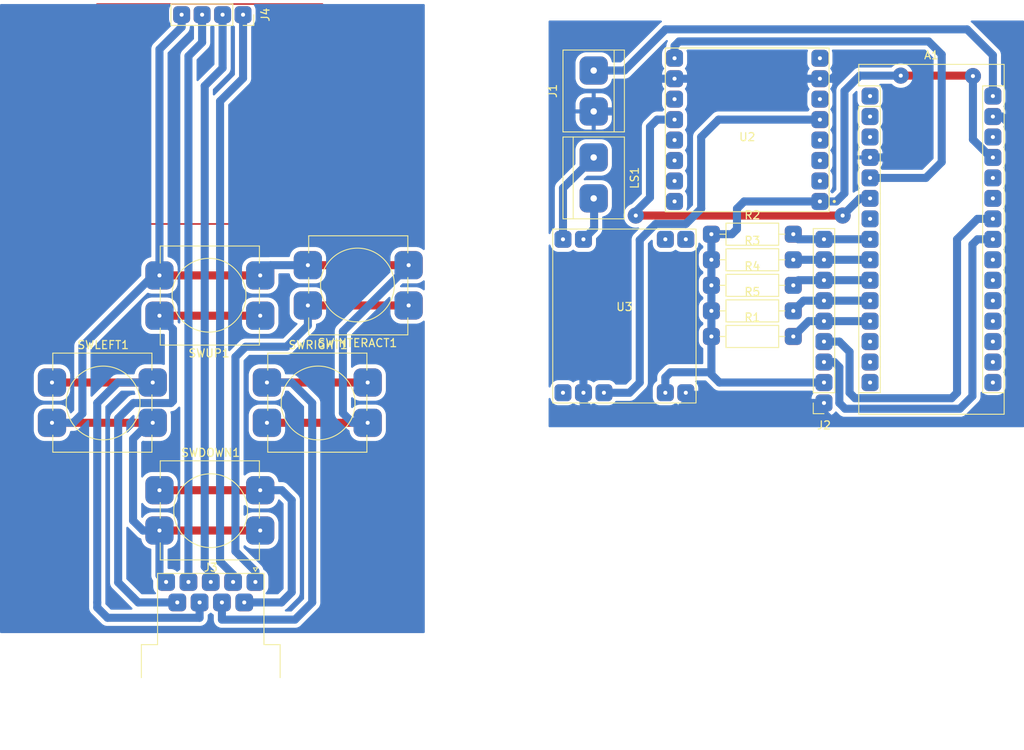
<source format=kicad_pcb>
(kicad_pcb (version 20221018) (generator pcbnew)
  (layers (0 "F.Cu" signal) (31 "B.Cu" signal) (34 "B.Paste" user) (35 "F.Paste" user) (36 "B.SilkS" user "B.Silkscreen") (37 "F.SilkS" user "F.Silkscreen") (38 "B.Mask" user) (39 "F.Mask" user) (44 "Edge.Cuts" user))
  (net 0 "")
  (net 4 "GND")
  (net 5 "UP")
  (net 6 "DOWN")
  (net 7 "LEFT")
  (net 8 "RIGHT")
  (net 9 "INTERACT")
  (net 10 "D10")
  (net 11 "D11")
  (net 12 "D2")
  (net 13 "D3")
  (net 15 "Net-(A1-D5)")
  (net 16 "Net-(A1-D6)")
  (net 17 "Net-(A1-D7)")
  (net 18 "Net-(A1-D8)")
  (net 19 "Net-(A1-D9)")
  (net 20 "DATA")
  (net 21 "CLK")
  (net 24 "VCC")
  (net 26 "switch on{slash}off")
  (net 32 "Net-(A1-A4)")
  (net 33 "Net-(A1-A5)")
  (net 37 "Net-(U3-L-)")
  (net 38 "Net-(U3-L+)")
  (net 42 "Net-(U2-DAC_L)")
  (net 53 "vcc")
  (net 54 "gnd")
  (footprint "Connector_PinSocket_2.54mm:PinSocket_1x04_P2.54mm_Vertical" (layer "F.Cu") (at 49.841833 22.279421 -90)
    (fp_text reference "J4" (at 0 -2.77 90) (layer "F.SilkS"))
    (fp_text value "oled")
    (fp_line (start -1.33 1.27) (end -1.33 8.95) (stroke (width 0.12)) (layer "F.SilkS"))
    (fp_line (start -1.33 1.27) (end 1.33 1.27) (stroke (width 0.12)) (layer "F.SilkS"))
    (fp_line (start -1.33 8.95) (end 1.33 8.95) (stroke (width 0.12)) (layer "F.SilkS"))
    (fp_line (start 0 -1.33) (end 1.33 -1.33) (stroke (width 0.12)) (layer "F.SilkS"))
    (fp_line (start 1.33 -1.33) (end 1.33 0) (stroke (width 0.12)) (layer "F.SilkS"))
    (fp_line (start 1.33 1.27) (end 1.33 8.95) (stroke (width 0.12)) (layer "F.SilkS"))
    (pad "1" thru_hole roundrect (at 0 0 270) (size 2.1 2.1) (drill 0.5) (layers "*.Cu" "*.Mask") (net 20 "DATA"))
    (pad "2" thru_hole roundrect (at 0 2.54 270) (size 2.1 2.1) (drill 0.5) (layers "*.Cu" "*.Mask") (net 21 "CLK"))
    (pad "3" thru_hole roundrect (at 0 5.08 270) (size 2.1 2.1) (drill 0.5) (layers "*.Cu" "*.Mask") (net 53 "vcc"))
    (pad "4" thru_hole roundrect (at 0 7.62 270) (size 2.1 2.1) (drill 0.5) (layers "*.Cu" "*.Mask") (net 54 "gnd"))
  )
  (footprint "Button_Switch_THT:SW_PUSH-12mm_Wuerth-430476085716" (layer "F.Cu") (at 39.47 81.32)
    (fp_text reference "SWDOWN1" (at 6.35 -4.66) (layer "F.SilkS"))
    (fp_text value "Button")
    (fp_line (start 0.1 -3.65) (end 12.4 -3.65) (stroke (width 0.12)) (layer "F.SilkS"))
    (fp_line (start 0.1 -1.53) (end 0.1 -3.65) (stroke (width 0.12)) (layer "F.SilkS"))
    (fp_line (start 0.1 3.47) (end 0.1 1.53) (stroke (width 0.12)) (layer "F.SilkS"))
    (fp_line (start 0.1 8.65) (end 0.1 6.53) (stroke (width 0.12)) (layer "F.SilkS"))
    (fp_line (start 12.4 -3.65) (end 12.4 -1.53) (stroke (width 0.12)) (layer "F.SilkS"))
    (fp_line (start 12.4 1.53) (end 12.4 3.47) (stroke (width 0.12)) (layer "F.SilkS"))
    (fp_line (start 12.4 6.53) (end 12.4 8.65) (stroke (width 0.12)) (layer "F.SilkS"))
    (fp_line (start 12.4 8.65) (end 0.1 8.65) (stroke (width 0.12)) (layer "F.SilkS"))
    (fp_circle (center 6.35 2.54) (end 10.92905 2.54) (stroke (width 0.12)) (fill none) (layer "F.SilkS"))
    (pad "1" thru_hole roundrect (at 0 0) (size 3.5 3.5) (drill 0.5) (layers "*.Cu" "*.Mask") (net 6 "DOWN"))
    (pad "1" thru_hole roundrect (at 12.5 0) (size 3.5 3.5) (drill 0.5) (layers "*.Cu" "*.Mask") (net 6 "DOWN"))
    (pad "2" thru_hole roundrect (at 0 5) (size 3.5 3.5) (drill 0.5) (layers "*.Cu" "*.Mask") (net 54 "gnd"))
    (pad "2" thru_hole roundrect (at 12.5 5) (size 3.5 3.5) (drill 0.5) (layers "*.Cu" "*.Mask") (net 54 "gnd"))
  )
  (footprint "Library:pam8403" (layer "F.Cu") (at 97.155 59.055)
    (fp_text reference "U3" (at 0 -0.5 unlocked) (layer "F.SilkS"))
    (fp_text value "pam8403")
    (fp_rect (start -8.89 -10.16) (end 8.89 11.43) (stroke (width 0.12)) (fill none) (layer "F.SilkS"))
    (pad "1" thru_hole roundrect (at -7.62 10.16) (size 2.1 2.1) (drill 0.5) (layers "*.Cu" "*.Mask"))
    (pad "2" thru_hole roundrect (at -5.08 10.16) (size 2.1 2.1) (drill 0.5) (layers "*.Cu" "*.Mask") (net 4 "GND"))
    (pad "3" thru_hole roundrect (at -2.54 10.16) (size 2.1 2.1) (drill 0.5) (layers "*.Cu" "*.Mask") (net 42 "Net-(U2-DAC_L)"))
    (pad "4" thru_hole roundrect (at 5.08 10.16) (size 2.1 2.1) (drill 0.5) (layers "*.Cu" "*.Mask") (net 24 "VCC"))
    (pad "5" thru_hole roundrect (at 7.62 10.16) (size 2.1 2.1) (drill 0.5) (layers "*.Cu" "*.Mask") (net 4 "GND"))
    (pad "6" thru_hole roundrect (at 7.62 -8.89) (size 2.1 2.1) (drill 0.5) (layers "*.Cu" "*.Mask"))
    (pad "7" thru_hole roundrect (at 5.08 -8.89) (size 2.1 2.1) (drill 0.5) (layers "*.Cu" "*.Mask"))
    (pad "8" thru_hole roundrect (at -5.08 -8.89) (size 2.1 2.1) (drill 0.5) (layers "*.Cu" "*.Mask") (net 38 "Net-(U3-L+)"))
    (pad "9" thru_hole roundrect (at -7.62 -8.89) (size 2.1 2.1) (drill 0.5) (layers "*.Cu" "*.Mask") (net 37 "Net-(U3-L-)"))
  )
  (footprint "Library:MODULE_DFR0299" (layer "F.Cu") (at 112.395 36.576 180)
    (fp_text reference "U2" (at 0 -0.889) (layer "F.SilkS"))
    (fp_text value "DFR0299")
    (fp_line (start -10.16 -10.16) (end 10.16 -10.16) (stroke (width 0.127)) (layer "F.SilkS"))
    (fp_line (start -10.16 10.16) (end -10.16 -10.16) (stroke (width 0.127)) (layer "F.SilkS"))
    (fp_line (start 10.16 -10.16) (end 10.16 10.16) (stroke (width 0.127)) (layer "F.SilkS"))
    (fp_line (start 10.16 10.16) (end -10.16 10.16) (stroke (width 0.127)) (layer "F.SilkS"))
    (fp_circle (center -10.8 -8.89) (end -10.7 -8.89) (stroke (width 0.2)) (fill none) (layer "F.SilkS"))
    (pad "1" thru_hole roundrect (at -9.017 -8.89 180) (size 2.1 2.1) (drill 0.5) (layers "*.Cu" "*.Mask") (net 24 "VCC"))
    (pad "2" thru_hole roundrect (at -9.017 -6.35 180) (size 2.1 2.1) (drill 0.5) (layers "*.Cu" "*.Mask"))
    (pad "3" thru_hole roundrect (at -9.017 -3.81 180) (size 2.1 2.1) (drill 0.5) (layers "*.Cu" "*.Mask"))
    (pad "4" thru_hole roundrect (at -9.017 -1.27 180) (size 2.1 2.1) (drill 0.5) (layers "*.Cu" "*.Mask"))
    (pad "5" thru_hole roundrect (at -9.017 1.27 180) (size 2.1 2.1) (drill 0.5) (layers "*.Cu" "*.Mask") (net 42 "Net-(U2-DAC_L)"))
    (pad "6" thru_hole roundrect (at -9.017 3.81 180) (size 2.1 2.1) (drill 0.5) (layers "*.Cu" "*.Mask"))
    (pad "7" thru_hole roundrect (at -9.017 6.35 180) (size 2.1 2.1) (drill 0.5) (layers "*.Cu" "*.Mask") (net 4 "GND"))
    (pad "8" thru_hole roundrect (at -9.017 8.89 180) (size 2.1 2.1) (drill 0.5) (layers "*.Cu" "*.Mask"))
    (pad "9" thru_hole roundrect (at 9.017 8.89 180) (size 2.1 2.1) (drill 0.5) (layers "*.Cu" "*.Mask") (net 12 "D2"))
    (pad "10" thru_hole roundrect (at 9.017 6.35 180) (size 2.1 2.1) (drill 0.5) (layers "*.Cu" "*.Mask") (net 4 "GND"))
    (pad "11" thru_hole roundrect (at 9.017 3.81 180) (size 2.1 2.1) (drill 0.5) (layers "*.Cu" "*.Mask"))
    (pad "12" thru_hole roundrect (at 9.017 1.27 180) (size 2.1 2.1) (drill 0.5) (layers "*.Cu" "*.Mask") (net 13 "D3"))
    (pad "13" thru_hole roundrect (at 9.017 -1.27 180) (size 2.1 2.1) (drill 0.5) (layers "*.Cu" "*.Mask"))
    (pad "14" thru_hole roundrect (at 9.017 -3.81 180) (size 2.1 2.1) (drill 0.5) (layers "*.Cu" "*.Mask"))
    (pad "15" thru_hole roundrect (at 9.017 -6.35 180) (size 2.1 2.1) (drill 0.5) (layers "*.Cu" "*.Mask"))
    (pad "16" thru_hole roundrect (at 9.017 -8.89 180) (size 2.1 2.1) (drill 0.5) (layers "*.Cu" "*.Mask"))
  )
  (footprint "Module:Arduino_Nano" (layer "F.Cu") (at 127.635 32.385)
    (fp_text reference "A1" (at 7.62 -5.08) (layer "F.SilkS"))
    (fp_text value "Arduino")
    (fp_line (start -1.4 -3.94) (end -1.4 -1.27) (stroke (width 0.12)) (layer "F.SilkS"))
    (fp_line (start -1.4 1.27) (end -1.4 39.5) (stroke (width 0.12)) (layer "F.SilkS"))
    (fp_line (start -1.4 39.5) (end 16.64 39.5) (stroke (width 0.12)) (layer "F.SilkS"))
    (fp_line (start 1.27 -1.27) (end -1.4 -1.27) (stroke (width 0.12)) (layer "F.SilkS"))
    (fp_line (start 1.27 1.27) (end -1.4 1.27) (stroke (width 0.12)) (layer "F.SilkS"))
    (fp_line (start 1.27 1.27) (end 1.27 -1.27) (stroke (width 0.12)) (layer "F.SilkS"))
    (fp_line (start 1.27 1.27) (end 1.27 36.83) (stroke (width 0.12)) (layer "F.SilkS"))
    (fp_line (start 1.27 36.83) (end -1.4 36.83) (stroke (width 0.12)) (layer "F.SilkS"))
    (fp_line (start 13.97 -1.27) (end 13.97 36.83) (stroke (width 0.12)) (layer "F.SilkS"))
    (fp_line (start 13.97 -1.27) (end 16.64 -1.27) (stroke (width 0.12)) (layer "F.SilkS"))
    (fp_line (start 13.97 36.83) (end 16.64 36.83) (stroke (width 0.12)) (layer "F.SilkS"))
    (fp_line (start 16.64 -3.94) (end -1.4 -3.94) (stroke (width 0.12)) (layer "F.SilkS"))
    (fp_line (start 16.64 39.5) (end 16.64 -3.94) (stroke (width 0.12)) (layer "F.SilkS"))
    (pad "1" thru_hole roundrect (at 0 0) (size 2.1 2.1) (drill 0.5) (layers "*.Cu" "*.Mask"))
    (pad "2" thru_hole roundrect (at 0 2.54) (size 2.1 2.1) (drill 0.5) (layers "*.Cu" "*.Mask"))
    (pad "3" thru_hole roundrect (at 0 5.08) (size 2.1 2.1) (drill 0.5) (layers "*.Cu" "*.Mask"))
    (pad "4" thru_hole roundrect (at 0 7.62) (size 2.1 2.1) (drill 0.5) (layers "*.Cu" "*.Mask") (net 4 "GND"))
    (pad "5" thru_hole roundrect (at 0 10.16) (size 2.1 2.1) (drill 0.5) (layers "*.Cu" "*.Mask") (net 12 "D2"))
    (pad "6" thru_hole roundrect (at 0 12.7) (size 2.1 2.1) (drill 0.5) (layers "*.Cu" "*.Mask") (net 13 "D3"))
    (pad "7" thru_hole roundrect (at 0 15.24) (size 2.1 2.1) (drill 0.5) (layers "*.Cu" "*.Mask"))
    (pad "8" thru_hole roundrect (at 0 17.78) (size 2.1 2.1) (drill 0.5) (layers "*.Cu" "*.Mask") (net 15 "Net-(A1-D5)"))
    (pad "9" thru_hole roundrect (at 0 20.32) (size 2.1 2.1) (drill 0.5) (layers "*.Cu" "*.Mask") (net 16 "Net-(A1-D6)"))
    (pad "10" thru_hole roundrect (at 0 22.86) (size 2.1 2.1) (drill 0.5) (layers "*.Cu" "*.Mask") (net 17 "Net-(A1-D7)"))
    (pad "11" thru_hole roundrect (at 0 25.4) (size 2.1 2.1) (drill 0.5) (layers "*.Cu" "*.Mask") (net 18 "Net-(A1-D8)"))
    (pad "12" thru_hole roundrect (at 0 27.94) (size 2.1 2.1) (drill 0.5) (layers "*.Cu" "*.Mask") (net 19 "Net-(A1-D9)"))
    (pad "13" thru_hole roundrect (at 0 30.48) (size 2.1 2.1) (drill 0.5) (layers "*.Cu" "*.Mask") (net 10 "D10"))
    (pad "14" thru_hole roundrect (at 0 33.02) (size 2.1 2.1) (drill 0.5) (layers "*.Cu" "*.Mask") (net 11 "D11"))
    (pad "15" thru_hole roundrect (at 0 35.56) (size 2.1 2.1) (drill 0.5) (layers "*.Cu" "*.Mask"))
    (pad "16" thru_hole roundrect (at 15.24 35.56) (size 2.1 2.1) (drill 0.5) (layers "*.Cu" "*.Mask"))
    (pad "17" thru_hole roundrect (at 15.24 33.02) (size 2.1 2.1) (drill 0.5) (layers "*.Cu" "*.Mask"))
    (pad "18" thru_hole roundrect (at 15.24 30.48) (size 2.1 2.1) (drill 0.5) (layers "*.Cu" "*.Mask"))
    (pad "19" thru_hole roundrect (at 15.24 27.94) (size 2.1 2.1) (drill 0.5) (layers "*.Cu" "*.Mask"))
    (pad "20" thru_hole roundrect (at 15.24 25.4) (size 2.1 2.1) (drill 0.5) (layers "*.Cu" "*.Mask"))
    (pad "21" thru_hole roundrect (at 15.24 22.86) (size 2.1 2.1) (drill 0.5) (layers "*.Cu" "*.Mask"))
    (pad "22" thru_hole roundrect (at 15.24 20.32) (size 2.1 2.1) (drill 0.5) (layers "*.Cu" "*.Mask"))
    (pad "23" thru_hole roundrect (at 15.24 17.78) (size 2.1 2.1) (drill 0.5) (layers "*.Cu" "*.Mask") (net 32 "Net-(A1-A4)"))
    (pad "24" thru_hole roundrect (at 15.24 15.24) (size 2.1 2.1) (drill 0.5) (layers "*.Cu" "*.Mask") (net 33 "Net-(A1-A5)"))
    (pad "25" thru_hole roundrect (at 15.24 12.7) (size 2.1 2.1) (drill 0.5) (layers "*.Cu" "*.Mask"))
    (pad "26" thru_hole roundrect (at 15.24 10.16) (size 2.1 2.1) (drill 0.5) (layers "*.Cu" "*.Mask"))
    (pad "27" thru_hole roundrect (at 15.24 7.62) (size 2.1 2.1) (drill 0.5) (layers "*.Cu" "*.Mask") (net 24 "VCC"))
    (pad "28" thru_hole roundrect (at 15.24 5.08) (size 2.1 2.1) (drill 0.5) (layers "*.Cu" "*.Mask"))
    (pad "29" thru_hole roundrect (at 15.24 2.54) (size 2.1 2.1) (drill 0.5) (layers "*.Cu" "*.Mask") (net 4 "GND"))
    (pad "30" thru_hole roundrect (at 15.24 0) (size 2.1 2.1) (drill 0.5) (layers "*.Cu" "*.Mask") (net 26 "switch on{slash}off"))
  )
  (footprint "TerminalBlock:TerminalBlock_bornier-2_P5.08mm" (layer "F.Cu") (at 93.345 40.005 -90)
    (fp_text reference "LS1" (at 2.54 -5.08 90) (layer "F.SilkS"))
    (fp_text value "Speaker")
    (fp_line (start -2.54 -3.81) (end -2.54 3.81) (stroke (width 0.12)) (layer "F.SilkS"))
    (fp_line (start -2.54 3.81) (end 7.62 3.81) (stroke (width 0.12)) (layer "F.SilkS"))
    (fp_line (start 7.62 -3.81) (end -2.54 -3.81) (stroke (width 0.12)) (layer "F.SilkS"))
    (fp_line (start 7.62 2.54) (end -2.54 2.54) (stroke (width 0.12)) (layer "F.SilkS"))
    (fp_line (start 7.62 3.81) (end 7.62 -3.81) (stroke (width 0.12)) (layer "F.SilkS"))
    (pad "1" thru_hole roundrect (at 0 0 270) (size 3.5 3.5) (drill 0.8) (layers "*.Cu" "*.Mask") (net 37 "Net-(U3-L-)"))
    (pad "2" thru_hole roundrect (at 5.08 0 270) (size 3.5 3.5) (drill 0.8) (layers "*.Cu" "*.Mask") (net 38 "Net-(U3-L+)"))
  )
  (footprint "Connector_PinSocket_2.54mm:PinSocket_1x09_P2.54mm_Vertical" (layer "F.Cu") (at 121.92 70.485 180)
    (fp_text reference "J2" (at 0 -2.77) (layer "F.SilkS"))
    (fp_text value "Conn_01x09_Female")
    (fp_line (start -1.33 1.27) (end -1.33 21.65) (stroke (width 0.12)) (layer "F.SilkS"))
    (fp_line (start -1.33 1.27) (end 1.33 1.27) (stroke (width 0.12)) (layer "F.SilkS"))
    (fp_line (start -1.33 21.65) (end 1.33 21.65) (stroke (width 0.12)) (layer "F.SilkS"))
    (fp_line (start 0 -1.33) (end 1.33 -1.33) (stroke (width 0.12)) (layer "F.SilkS"))
    (fp_line (start 1.33 -1.33) (end 1.33 0) (stroke (width 0.12)) (layer "F.SilkS"))
    (fp_line (start 1.33 1.27) (end 1.33 21.65) (stroke (width 0.12)) (layer "F.SilkS"))
    (pad "1" thru_hole roundrect (at 0 0 180) (size 2.1 2.1) (drill 0.5) (layers "*.Cu" "*.Mask") (net 4 "GND"))
    (pad "2" thru_hole roundrect (at 0 2.54 180) (size 2.1 2.1) (drill 0.5) (layers "*.Cu" "*.Mask") (net 24 "VCC"))
    (pad "3" thru_hole roundrect (at 0 5.08 180) (size 2.1 2.1) (drill 0.5) (layers "*.Cu" "*.Mask") (net 32 "Net-(A1-A4)"))
    (pad "4" thru_hole roundrect (at 0 7.62 180) (size 2.1 2.1) (drill 0.5) (layers "*.Cu" "*.Mask") (net 33 "Net-(A1-A5)"))
    (pad "5" thru_hole roundrect (at 0 10.16 180) (size 2.1 2.1) (drill 0.5) (layers "*.Cu" "*.Mask") (net 19 "Net-(A1-D9)"))
    (pad "6" thru_hole roundrect (at 0 12.7 180) (size 2.1 2.1) (drill 0.5) (layers "*.Cu" "*.Mask") (net 18 "Net-(A1-D8)"))
    (pad "7" thru_hole roundrect (at 0 15.24 180) (size 2.1 2.1) (drill 0.5) (layers "*.Cu" "*.Mask") (net 17 "Net-(A1-D7)"))
    (pad "8" thru_hole roundrect (at 0 17.78 180) (size 2.1 2.1) (drill 0.5) (layers "*.Cu" "*.Mask") (net 16 "Net-(A1-D6)"))
    (pad "9" thru_hole roundrect (at 0 20.32 180) (size 2.1 2.1) (drill 0.5) (layers "*.Cu" "*.Mask") (net 15 "Net-(A1-D5)"))
  )
  (footprint "Button_Switch_THT:SW_PUSH-12mm_Wuerth-430476085716" (layer "F.Cu") (at 70.385 58.38 180)
    (fp_text reference "SWINTERACT1" (at 6.35 -4.66) (layer "F.SilkS"))
    (fp_text value "Button")
    (fp_line (start 0.1 -3.65) (end 12.4 -3.65) (stroke (width 0.12)) (layer "F.SilkS"))
    (fp_line (start 0.1 -1.53) (end 0.1 -3.65) (stroke (width 0.12)) (layer "F.SilkS"))
    (fp_line (start 0.1 3.47) (end 0.1 1.53) (stroke (width 0.12)) (layer "F.SilkS"))
    (fp_line (start 0.1 8.65) (end 0.1 6.53) (stroke (width 0.12)) (layer "F.SilkS"))
    (fp_line (start 12.4 -3.65) (end 12.4 -1.53) (stroke (width 0.12)) (layer "F.SilkS"))
    (fp_line (start 12.4 1.53) (end 12.4 3.47) (stroke (width 0.12)) (layer "F.SilkS"))
    (fp_line (start 12.4 6.53) (end 12.4 8.65) (stroke (width 0.12)) (layer "F.SilkS"))
    (fp_line (start 12.4 8.65) (end 0.1 8.65) (stroke (width 0.12)) (layer "F.SilkS"))
    (fp_circle (center 6.35 2.54) (end 10.92905 2.54) (stroke (width 0.12)) (fill none) (layer "F.SilkS"))
    (pad "1" thru_hole roundrect (at 0 0 180) (size 3.5 3.5) (drill 0.5) (layers "*.Cu" "*.Mask") (net 9 "INTERACT"))
    (pad "1" thru_hole roundrect (at 12.5 0 180) (size 3.5 3.5) (drill 0.5) (layers "*.Cu" "*.Mask") (net 9 "INTERACT"))
    (pad "2" thru_hole roundrect (at 0 5 180) (size 3.5 3.5) (drill 0.5) (layers "*.Cu" "*.Mask") (net 54 "gnd"))
    (pad "2" thru_hole roundrect (at 12.5 5 180) (size 3.5 3.5) (drill 0.5) (layers "*.Cu" "*.Mask") (net 54 "gnd"))
  )
  (footprint "Button_Switch_THT:SW_PUSH-12mm_Wuerth-430476085716" (layer "F.Cu") (at 52.805 67.945)
    (fp_text reference "SWRIGHT1" (at 6.35 -4.66) (layer "F.SilkS"))
    (fp_text value "Button")
    (fp_line (start 0.1 -3.65) (end 12.4 -3.65) (stroke (width 0.12)) (layer "F.SilkS"))
    (fp_line (start 0.1 -1.53) (end 0.1 -3.65) (stroke (width 0.12)) (layer "F.SilkS"))
    (fp_line (start 0.1 3.47) (end 0.1 1.53) (stroke (width 0.12)) (layer "F.SilkS"))
    (fp_line (start 0.1 8.65) (end 0.1 6.53) (stroke (width 0.12)) (layer "F.SilkS"))
    (fp_line (start 12.4 -3.65) (end 12.4 -1.53) (stroke (width 0.12)) (layer "F.SilkS"))
    (fp_line (start 12.4 1.53) (end 12.4 3.47) (stroke (width 0.12)) (layer "F.SilkS"))
    (fp_line (start 12.4 6.53) (end 12.4 8.65) (stroke (width 0.12)) (layer "F.SilkS"))
    (fp_line (start 12.4 8.65) (end 0.1 8.65) (stroke (width 0.12)) (layer "F.SilkS"))
    (fp_circle (center 6.35 2.54) (end 10.92905 2.54) (stroke (width 0.12)) (fill none) (layer "F.SilkS"))
    (pad "1" thru_hole roundrect (at 0 0) (size 3.5 3.5) (drill 0.5) (layers "*.Cu" "*.Mask") (net 8 "RIGHT"))
    (pad "1" thru_hole roundrect (at 12.5 0) (size 3.5 3.5) (drill 0.5) (layers "*.Cu" "*.Mask") (net 8 "RIGHT"))
    (pad "2" thru_hole roundrect (at 0 5) (size 3.5 3.5) (drill 0.5) (layers "*.Cu" "*.Mask") (net 54 "gnd"))
    (pad "2" thru_hole roundrect (at 12.5 5) (size 3.5 3.5) (drill 0.5) (layers "*.Cu" "*.Mask") (net 54 "gnd"))
  )
  (footprint "Button_Switch_THT:SW_PUSH-12mm_Wuerth-430476085716" (layer "F.Cu") (at 51.97 59.65 180)
    (fp_text reference "SWUP1" (at 6.35 -4.66) (layer "F.SilkS"))
    (fp_text value "Button")
    (fp_line (start 0.1 -3.65) (end 12.4 -3.65) (stroke (width 0.12)) (layer "F.SilkS"))
    (fp_line (start 0.1 -1.53) (end 0.1 -3.65) (stroke (width 0.12)) (layer "F.SilkS"))
    (fp_line (start 0.1 3.47) (end 0.1 1.53) (stroke (width 0.12)) (layer "F.SilkS"))
    (fp_line (start 0.1 8.65) (end 0.1 6.53) (stroke (width 0.12)) (layer "F.SilkS"))
    (fp_line (start 12.4 -3.65) (end 12.4 -1.53) (stroke (width 0.12)) (layer "F.SilkS"))
    (fp_line (start 12.4 1.53) (end 12.4 3.47) (stroke (width 0.12)) (layer "F.SilkS"))
    (fp_line (start 12.4 6.53) (end 12.4 8.65) (stroke (width 0.12)) (layer "F.SilkS"))
    (fp_line (start 12.4 8.65) (end 0.1 8.65) (stroke (width 0.12)) (layer "F.SilkS"))
    (fp_circle (center 6.35 2.54) (end 10.92905 2.54) (stroke (width 0.12)) (fill none) (layer "F.SilkS"))
    (pad "1" thru_hole roundrect (at 0 0 180) (size 3.5 3.5) (drill 0.5) (layers "*.Cu" "*.Mask") (net 5 "UP"))
    (pad "1" thru_hole roundrect (at 12.5 0 180) (size 3.5 3.5) (drill 0.5) (layers "*.Cu" "*.Mask") (net 5 "UP"))
    (pad "2" thru_hole roundrect (at 0 5 180) (size 3.5 3.5) (drill 0.5) (layers "*.Cu" "*.Mask") (net 54 "gnd"))
    (pad "2" thru_hole roundrect (at 12.5 5 180) (size 3.5 3.5) (drill 0.5) (layers "*.Cu" "*.Mask") (net 54 "gnd"))
  )
  (footprint "Resistor_THT:R_Axial_DIN0207_L6.3mm_D2.5mm_P10.16mm_Horizontal" (layer "F.Cu") (at 107.95 55.88)
    (fp_text reference "R4" (at 5.08 -2.37) (layer "F.SilkS"))
    (fp_text value "220-10k")
    (fp_line (start 1.04 0) (end 1.81 0) (stroke (width 0.12)) (layer "F.SilkS"))
    (fp_line (start 1.81 -1.37) (end 1.81 1.37) (stroke (width 0.12)) (layer "F.SilkS"))
    (fp_line (start 1.81 1.37) (end 8.35 1.37) (stroke (width 0.12)) (layer "F.SilkS"))
    (fp_line (start 8.35 -1.37) (end 1.81 -1.37) (stroke (width 0.12)) (layer "F.SilkS"))
    (fp_line (start 8.35 1.37) (end 8.35 -1.37) (stroke (width 0.12)) (layer "F.SilkS"))
    (fp_line (start 9.12 0) (end 8.35 0) (stroke (width 0.12)) (layer "F.SilkS"))
    (pad "1" thru_hole roundrect (at 0 0) (size 2.1 2.1) (drill 0.5) (layers "*.Cu" "*.Mask") (net 24 "VCC"))
    (pad "2" thru_hole roundrect (at 10.16 0) (size 2.1 2.1) (drill 0.5) (layers "*.Cu" "*.Mask") (net 17 "Net-(A1-D7)"))
  )
  (footprint "Resistor_THT:R_Axial_DIN0207_L6.3mm_D2.5mm_P10.16mm_Horizontal" (layer "F.Cu") (at 107.95 59.055)
    (fp_text reference "R5" (at 5.08 -2.37) (layer "F.SilkS"))
    (fp_text value "220-10k")
    (fp_line (start 1.04 0) (end 1.81 0) (stroke (width 0.12)) (layer "F.SilkS"))
    (fp_line (start 1.81 -1.37) (end 1.81 1.37) (stroke (width 0.12)) (layer "F.SilkS"))
    (fp_line (start 1.81 1.37) (end 8.35 1.37) (stroke (width 0.12)) (layer "F.SilkS"))
    (fp_line (start 8.35 -1.37) (end 1.81 -1.37) (stroke (width 0.12)) (layer "F.SilkS"))
    (fp_line (start 8.35 1.37) (end 8.35 -1.37) (stroke (width 0.12)) (layer "F.SilkS"))
    (fp_line (start 9.12 0) (end 8.35 0) (stroke (width 0.12)) (layer "F.SilkS"))
    (pad "1" thru_hole roundrect (at 0 0) (size 2.1 2.1) (drill 0.5) (layers "*.Cu" "*.Mask") (net 24 "VCC"))
    (pad "2" thru_hole roundrect (at 10.16 0) (size 2.1 2.1) (drill 0.5) (layers "*.Cu" "*.Mask") (net 18 "Net-(A1-D8)"))
  )
  (footprint "Resistor_THT:R_Axial_DIN0207_L6.3mm_D2.5mm_P10.16mm_Horizontal" (layer "F.Cu") (at 107.95 62.23)
    (fp_text reference "R1" (at 5.08 -2.37) (layer "F.SilkS"))
    (fp_text value "220-10k")
    (fp_line (start 1.04 0) (end 1.81 0) (stroke (width 0.12)) (layer "F.SilkS"))
    (fp_line (start 1.81 -1.37) (end 1.81 1.37) (stroke (width 0.12)) (layer "F.SilkS"))
    (fp_line (start 1.81 1.37) (end 8.35 1.37) (stroke (width 0.12)) (layer "F.SilkS"))
    (fp_line (start 8.35 -1.37) (end 1.81 -1.37) (stroke (width 0.12)) (layer "F.SilkS"))
    (fp_line (start 8.35 1.37) (end 8.35 -1.37) (stroke (width 0.12)) (layer "F.SilkS"))
    (fp_line (start 9.12 0) (end 8.35 0) (stroke (width 0.12)) (layer "F.SilkS"))
    (pad "1" thru_hole roundrect (at 0 0) (size 2.1 2.1) (drill 0.5) (layers "*.Cu" "*.Mask") (net 24 "VCC"))
    (pad "2" thru_hole roundrect (at 10.16 0) (size 2.1 2.1) (drill 0.5) (layers "*.Cu" "*.Mask") (net 19 "Net-(A1-D9)"))
  )
  (footprint "Resistor_THT:R_Axial_DIN0207_L6.3mm_D2.5mm_P10.16mm_Horizontal" (layer "F.Cu") (at 107.95 52.705)
    (fp_text reference "R3" (at 5.08 -2.37) (layer "F.SilkS"))
    (fp_text value "220-10k")
    (fp_line (start 1.04 0) (end 1.81 0) (stroke (width 0.12)) (layer "F.SilkS"))
    (fp_line (start 1.81 -1.37) (end 1.81 1.37) (stroke (width 0.12)) (layer "F.SilkS"))
    (fp_line (start 1.81 1.37) (end 8.35 1.37) (stroke (width 0.12)) (layer "F.SilkS"))
    (fp_line (start 8.35 -1.37) (end 1.81 -1.37) (stroke (width 0.12)) (layer "F.SilkS"))
    (fp_line (start 8.35 1.37) (end 8.35 -1.37) (stroke (width 0.12)) (layer "F.SilkS"))
    (fp_line (start 9.12 0) (end 8.35 0) (stroke (width 0.12)) (layer "F.SilkS"))
    (pad "1" thru_hole roundrect (at 0 0) (size 2.1 2.1) (drill 0.5) (layers "*.Cu" "*.Mask") (net 24 "VCC"))
    (pad "2" thru_hole roundrect (at 10.16 0) (size 2.1 2.1) (drill 0.5) (layers "*.Cu" "*.Mask") (net 16 "Net-(A1-D6)"))
  )
  (footprint "TerminalBlock:TerminalBlock_bornier-2_P5.08mm" (layer "F.Cu") (at 93.345 34.29 90)
    (fp_text reference "J1" (at 2.54 -5.08 90) (layer "F.SilkS"))
    (fp_text value "Batería")
    (fp_line (start -2.54 -3.81) (end -2.54 3.81) (stroke (width 0.12)) (layer "F.SilkS"))
    (fp_line (start -2.54 3.81) (end 7.62 3.81) (stroke (width 0.12)) (layer "F.SilkS"))
    (fp_line (start 7.62 -3.81) (end -2.54 -3.81) (stroke (width 0.12)) (layer "F.SilkS"))
    (fp_line (start 7.62 2.54) (end -2.54 2.54) (stroke (width 0.12)) (layer "F.SilkS"))
    (fp_line (start 7.62 3.81) (end 7.62 -3.81) (stroke (width 0.12)) (layer "F.SilkS"))
    (pad "1" thru_hole roundrect (at 0 0 90) (size 3.5 3.5) (drill 0.8) (layers "*.Cu" "*.Mask") (net 4 "GND"))
    (pad "2" thru_hole roundrect (at 5.08 0 90) (size 3.5 3.5) (drill 0.8) (layers "*.Cu" "*.Mask") (net 26 "switch on{slash}off"))
  )
  (footprint "Button_Switch_THT:SW_PUSH-12mm_Wuerth-430476085716" (layer "F.Cu") (at 26.135 67.945)
    (fp_text reference "SWLEFT1" (at 6.35 -4.66) (layer "F.SilkS"))
    (fp_text value "Button")
    (fp_line (start 0.1 -3.65) (end 12.4 -3.65) (stroke (width 0.12)) (layer "F.SilkS"))
    (fp_line (start 0.1 -1.53) (end 0.1 -3.65) (stroke (width 0.12)) (layer "F.SilkS"))
    (fp_line (start 0.1 3.47) (end 0.1 1.53) (stroke (width 0.12)) (layer "F.SilkS"))
    (fp_line (start 0.1 8.65) (end 0.1 6.53) (stroke (width 0.12)) (layer "F.SilkS"))
    (fp_line (start 12.4 -3.65) (end 12.4 -1.53) (stroke (width 0.12)) (layer "F.SilkS"))
    (fp_line (start 12.4 1.53) (end 12.4 3.47) (stroke (width 0.12)) (layer "F.SilkS"))
    (fp_line (start 12.4 6.53) (end 12.4 8.65) (stroke (width 0.12)) (layer "F.SilkS"))
    (fp_line (start 12.4 8.65) (end 0.1 8.65) (stroke (width 0.12)) (layer "F.SilkS"))
    (fp_circle (center 6.35 2.54) (end 10.92905 2.54) (stroke (width 0.12)) (fill none) (layer "F.SilkS"))
    (pad "1" thru_hole roundrect (at 0 0) (size 3.5 3.5) (drill 0.5) (layers "*.Cu" "*.Mask") (net 7 "LEFT"))
    (pad "1" thru_hole roundrect (at 12.5 0) (size 3.5 3.5) (drill 0.5) (layers "*.Cu" "*.Mask") (net 7 "LEFT"))
    (pad "2" thru_hole roundrect (at 0 5) (size 3.5 3.5) (drill 0.5) (layers "*.Cu" "*.Mask") (net 54 "gnd"))
    (pad "2" thru_hole roundrect (at 12.5 5) (size 3.5 3.5) (drill 0.5) (layers "*.Cu" "*.Mask") (net 54 "gnd"))
  )
  (footprint "Connector_Dsub:DSUB-9_Female_Horizontal_P2.77x2.54mm_EdgePinOffset9.40mm" (layer "F.Cu") (at 51.375 92.71)
    (fp_text reference "J3" (at -5.54 -1.8) (layer "F.SilkS"))
    (fp_text value "CONTROL")
    (fp_line (start -14.15 7.78) (end -12.14 7.78) (stroke (width 0.12)) (layer "F.SilkS"))
    (fp_line (start -14.15 11.88) (end -14.15 7.78) (stroke (width 0.12)) (layer "F.SilkS"))
    (fp_line (start -12.14 -1.06) (end 1.06 -1.06) (stroke (width 0.12)) (layer "F.SilkS"))
    (fp_line (start -12.14 7.78) (end -12.14 -1.06) (stroke (width 0.12)) (layer "F.SilkS"))
    (fp_line (start -0.25 -1.754338) (end 0.25 -1.754338) (stroke (width 0.12)) (layer "F.SilkS"))
    (fp_line (start 0 -1.321325) (end -0.25 -1.754338) (stroke (width 0.12)) (layer "F.SilkS"))
    (fp_line (start 0.25 -1.754338) (end 0 -1.321325) (stroke (width 0.12)) (layer "F.SilkS"))
    (fp_line (start 1.06 -1.06) (end 1.06 7.78) (stroke (width 0.12)) (layer "F.SilkS"))
    (fp_line (start 1.06 7.78) (end 3.07 7.78) (stroke (width 0.12)) (layer "F.SilkS"))
    (fp_line (start 3.07 7.78) (end 3.07 11.88) (stroke (width 0.12)) (layer "F.SilkS"))
    (pad "1" thru_hole roundrect (at 0 0) (size 2.2 2.2) (drill 0.5) (layers "*.Cu" "*.Mask") (net 9 "INTERACT"))
    (pad "2" thru_hole roundrect (at -2.77 0) (size 2.2 2.2) (drill 0.5) (layers "*.Cu" "*.Mask") (net 20 "DATA"))
    (pad "3" thru_hole roundrect (at -5.54 0) (size 2.2 2.2) (drill 0.5) (layers "*.Cu" "*.Mask") (net 21 "CLK"))
    (pad "4" thru_hole roundrect (at -8.31 0) (size 2.2 2.2) (drill 0.5) (layers "*.Cu" "*.Mask") (net 53 "vcc"))
    (pad "5" thru_hole roundrect (at -11.08 0) (size 2.2 2.2) (drill 0.5) (layers "*.Cu" "*.Mask") (net 54 "gnd"))
    (pad "6" thru_hole roundrect (at -1.385 2.54) (size 2.2 2.2) (drill 0.5) (layers "*.Cu" "*.Mask") (net 6 "DOWN"))
    (pad "7" thru_hole roundrect (at -4.155 2.54) (size 2.2 2.2) (drill 0.5) (layers "*.Cu" "*.Mask") (net 8 "RIGHT"))
    (pad "8" thru_hole roundrect (at -6.925 2.54) (size 2.2 2.2) (drill 0.5) (layers "*.Cu" "*.Mask") (net 7 "LEFT"))
    (pad "9" thru_hole roundrect (at -9.695 2.54) (size 2.2 2.2) (drill 0.5) (layers "*.Cu" "*.Mask") (net 5 "UP"))
  )
  (footprint "Resistor_THT:R_Axial_DIN0207_L6.3mm_D2.5mm_P10.16mm_Horizontal" (layer "F.Cu") (at 107.95 49.53)
    (fp_text reference "R2" (at 5.08 -2.37) (layer "F.SilkS"))
    (fp_text value "220-10k")
    (fp_line (start 1.04 0) (end 1.81 0) (stroke (width 0.12)) (layer "F.SilkS"))
    (fp_line (start 1.81 -1.37) (end 1.81 1.37) (stroke (width 0.12)) (layer "F.SilkS"))
    (fp_line (start 1.81 1.37) (end 8.35 1.37) (stroke (width 0.12)) (layer "F.SilkS"))
    (fp_line (start 8.35 -1.37) (end 1.81 -1.37) (stroke (width 0.12)) (layer "F.SilkS"))
    (fp_line (start 8.35 1.37) (end 8.35 -1.37) (stroke (width 0.12)) (layer "F.SilkS"))
    (fp_line (start 9.12 0) (end 8.35 0) (stroke (width 0.12)) (layer "F.SilkS"))
    (pad "1" thru_hole roundrect (at 0 0) (size 2.1 2.1) (drill 0.5) (layers "*.Cu" "*.Mask") (net 24 "VCC"))
    (pad "2" thru_hole roundrect (at 10.16 0) (size 2.1 2.1) (drill 0.5) (layers "*.Cu" "*.Mask") (net 15 "Net-(A1-D5)"))
  )
  (gr_rect (start 31.75 20.955) (end 59.69 48.26) (stroke (width 0.2)) (fill none) (layer "F.Cu"))
  (segment (start 99.06 31.115) (end 99.949 30.226) (width 1) (layer "B.Cu") (net 4))
  (segment (start 133.405 27.305) (end 125.857 27.305) (width 1) (layer "B.Cu") (net 4))
  (segment (start 96.3 64.2) (end 96.3 35.145) (width 1) (layer "B.Cu") (net 4))
  (segment (start 99.949 30.226) (end 103.378 30.226) (width 1) (layer "B.Cu") (net 4))
  (segment (start 99.06 33.655) (end 99.06 31.115) (width 1) (layer "B.Cu") (net 4))
  (segment (start 145.4 69.1) (end 145.4 36.335) (width 1) (layer "B.Cu") (net 4))
  (segment (start 92.99 71.4) (end 92.075 70.485) (width 1) (layer "B.Cu") (net 4))
  (segment (start 92.075 67.025) (end 93.2 65.9) (width 1) (layer "B.Cu") (net 4))
  (segment (start 94.6 65.9) (end 96.3 64.2) (width 1) (layer "B.Cu") (net 4))
  (segment (start 133.095 40.005) (end 134.62 38.48) (width 1) (layer "B.Cu") (net 4))
  (segment (start 134.62 38.48) (end 134.62 28.52) (width 1) (layer "B.Cu") (net 4))
  (segment (start 97.155 34.29) (end 98.425 34.29) (width 1) (layer "B.Cu") (net 4))
  (segment (start 106.045 70.485) (end 104.775 69.215) (width 1) (layer "B.Cu") (net 4))
  (segment (start 127.635 40.005) (end 133.095 40.005) (width 1) (layer "B.Cu") (net 4))
  (segment (start 103.378 30.226) (end 121.412 30.226) (width 1) (layer "B.Cu") (net 4))
  (segment (start 121.92 70.485) (end 121.92 71.755) (width 1) (layer "B.Cu") (net 4))
  (segment (start 145.4 36.335) (end 143.99 34.925) (width 1) (layer "B.Cu") (net 4))
  (segment (start 125.857 27.305) (end 122.936 30.226) (width 1) (layer "B.Cu") (net 4))
  (segment (start 122.865 72.7) (end 141.8 72.7) (width 1) (layer "B.Cu") (net 4))
  (segment (start 121.92 71.755) (end 122.865 72.7) (width 1) (layer "B.Cu") (net 4))
  (segment (start 92.075 70.485) (end 92.075 69.215) (width 1) (layer "B.Cu") (net 4))
  (segment (start 143.99 34.925) (end 142.875 34.925) (width 1) (layer "B.Cu") (net 4))
  (segment (start 93.2 65.9) (end 94.6 65.9) (width 1) (layer "B.Cu") (net 4))
  (segment (start 96.3 35.145) (end 97.155 34.29) (width 1) (layer "B.Cu") (net 4))
  (segment (start 134.62 28.52) (end 133.405 27.305) (width 1) (layer "B.Cu") (net 4))
  (segment (start 104.775 69.215) (end 104.775 70.485) (width 1) (layer "B.Cu") (net 4))
  (segment (start 121.92 70.485) (end 106.045 70.485) (width 1) (layer "B.Cu") (net 4))
  (segment (start 98.425 34.29) (end 99.06 33.655) (width 1) (layer "B.Cu") (net 4))
  (segment (start 104.775 70.485) (end 103.86 71.4) (width 1) (layer "B.Cu") (net 4))
  (segment (start 93.345 34.29) (end 97.155 34.29) (width 1) (layer "B.Cu") (net 4))
  (segment (start 122.936 30.226) (end 121.412 30.226) (width 1) (layer "B.Cu") (net 4))
  (segment (start 92.075 69.215) (end 92.075 67.025) (width 1) (layer "B.Cu") (net 4))
  (segment (start 141.8 72.7) (end 145.4 69.1) (width 1) (layer "B.Cu") (net 4))
  (segment (start 103.86 71.4) (end 92.99 71.4) (width 1) (layer "B.Cu") (net 4))
  (segment (start 39.47 59.65) (end 51.97 59.65) (width 1) (layer "F.Cu") (net 5))
  (segment (start 34.347 92.767) (end 34.347 72.39) (width 1) (layer "B.Cu") (net 5))
  (segment (start 36.195 94.615) (end 34.347 92.767) (width 1) (layer "B.Cu") (net 5))
  (segment (start 34.347 72.39) (end 36.242 70.495) (width 1) (layer "B.Cu") (net 5))
  (segment (start 40.884 70.495) (end 41.148 70.231) (width 1) (layer "B.Cu") (net 5))
  (segment (start 41.148 61.328) (end 39.47 59.65) (width 1) (layer "B.Cu") (net 5))
  (segment (start 41.148 70.231) (end 41.148 61.328) (width 1) (layer "B.Cu") (net 5))
  (segment (start 41.68 95.25) (end 36.83 95.25) (width 1) (layer "B.Cu") (net 5))
  (segment (start 36.83 95.25) (end 36.195 94.615) (width 1) (layer "B.Cu") (net 5))
  (segment (start 36.242 70.495) (end 40.884 70.495) (width 1) (layer "B.Cu") (net 5))
  (segment (start 51.97 81.32) (end 39.47 81.32) (width 1) (layer "F.Cu") (net 6))
  (segment (start 54.65 81.32) (end 51.97 81.32) (width 1) (layer "B.Cu") (net 6))
  (segment (start 55.88 82.55) (end 54.65 81.32) (width 1) (layer "B.Cu") (net 6))
  (segment (start 55.88 93.98) (end 55.88 82.55) (width 1) (layer "B.Cu") (net 6))
  (segment (start 49.99 95.25) (end 54.61 95.25) (width 1) (layer "B.Cu") (net 6))
  (segment (start 54.61 95.25) (end 55.88 93.98) (width 1) (layer "B.Cu") (net 6))
  (segment (start 26.135 67.945) (end 38.635 67.945) (width 1) (layer "F.Cu") (net 7))
  (segment (start 31.75 95.885) (end 31.75 95.25) (width 1) (layer "B.Cu") (net 7))
  (segment (start 33.02 97.155) (end 31.75 95.885) (width 1) (layer "B.Cu") (net 7))
  (segment (start 44.45 95.25) (end 44.45 97.155) (width 1) (layer "B.Cu") (net 7))
  (segment (start 31.75 70.485) (end 34.29 67.945) (width 1) (layer "B.Cu") (net 7))
  (segment (start 31.75 95.25) (end 31.75 70.485) (width 1) (layer "B.Cu") (net 7))
  (segment (start 44.45 97.155) (end 33.02 97.155) (width 1) (layer "B.Cu") (net 7))
  (segment (start 34.29 67.945) (end 38.635 67.945) (width 1) (layer "B.Cu") (net 7))
  (segment (start 52.805 67.945) (end 65.305 67.945) (width 1) (layer "F.Cu") (net 8))
  (segment (start 55.88 67.945) (end 58.42 70.485) (width 1) (layer "B.Cu") (net 8))
  (segment (start 47.22 97.385) (end 56.285 97.385) (width 1) (layer "B.Cu") (net 8))
  (segment (start 56.285 97.385) (end 58.42 95.25) (width 1) (layer "B.Cu") (net 8))
  (segment (start 58.42 70.485) (end 58.42 95.25) (width 1) (layer "B.Cu") (net 8))
  (segment (start 47.22 95.25) (end 47.22 97.385) (width 1) (layer "B.Cu") (net 8))
  (segment (start 52.805 67.945) (end 55.88 67.945) (width 1) (layer "B.Cu") (net 8))
  (segment (start 57.885 58.38) (end 70.385 58.38) (width 1) (layer "F.Cu") (net 9))
  (segment (start 55.245 63.5) (end 57.885 60.86) (width 1) (layer "B.Cu") (net 9))
  (segment (start 48.895 88.9) (end 48.895 64.77) (width 1) (layer "B.Cu") (net 9))
  (segment (start 48.895 88.9) (end 51.375 91.38) (width 1) (layer "B.Cu") (net 9))
  (segment (start 48.895 64.77) (end 50.165 63.5) (width 1) (layer "B.Cu") (net 9))
  (segment (start 50.165 63.5) (end 55.245 63.5) (width 1) (layer "B.Cu") (net 9))
  (segment (start 57.885 60.86) (end 57.885 58.38) (width 1) (layer "B.Cu") (net 9))
  (segment (start 51.375 91.38) (end 51.375 92.71) (width 1) (layer "B.Cu") (net 9))
  (segment (start 70.485 58.48) (end 70.385 58.38) (width 1) (layer "B.Cu") (net 9))
  (segment (start 134.555 42.545) (end 136.525 40.575) (width 1) (layer "B.Cu") (net 12))
  (segment (start 127.635 42.545) (end 134.555 42.545) (width 1) (layer "B.Cu") (net 12))
  (segment (start 136.525 27.225) (end 134.9 25.6) (width 1) (layer "B.Cu") (net 12))
  (segment (start 136.525 40.575) (end 136.525 27.225) (width 1) (layer "B.Cu") (net 12))
  (segment (start 134.9 25.6) (end 103.94 25.6) (width 1) (layer "B.Cu") (net 12))
  (segment (start 103.94 25.6) (end 103.378 26.162) (width 1) (layer "B.Cu") (net 12))
  (segment (start 103.378 26.162) (end 103.378 27.686) (width 1) (layer "B.Cu") (net 12))
  (segment (start 98.570105 47.216) (end 124.234 47.216) (width 1) (layer "F.Cu") (net 13))
  (via (at 98.570105 47.216) (size 2) (drill 0.5) (layers "F.Cu" "B.Cu") (net 13))
  (via (at 124.234 47.216) (size 2) (drill 0.5) (layers "F.Cu" "B.Cu") (net 13))
  (segment (start 126.365 45.085) (end 127.635 45.085) (width 1) (layer "B.Cu") (net 13))
  (segment (start 101.219 35.306) (end 103.378 35.306) (width 1) (layer "B.Cu") (net 13))
  (segment (start 124.234 47.216) (end 126.365 45.085) (width 1) (layer "B.Cu") (net 13))
  (segment (start 98.570105 46.729895) (end 100.33 44.97) (width 1) (layer "B.Cu") (net 13))
  (segment (start 100.33 44.97) (end 100.33 36.195) (width 1) (layer "B.Cu") (net 13))
  (segment (start 100.33 36.195) (end 101.219 35.306) (width 1) (layer "B.Cu") (net 13))
  (segment (start 98.570105 47.216) (end 98.570105 46.729895) (width 1) (layer "B.Cu") (net 13))
  (segment (start 121.92 50.165) (end 118.745 50.165) (width 1) (layer "B.Cu") (net 15))
  (segment (start 121.92 50.165) (end 127.635 50.165) (width 1) (layer "B.Cu") (net 15))
  (segment (start 118.745 50.165) (end 118.11 49.53) (width 1) (layer "B.Cu") (net 15))
  (segment (start 118.11 52.705) (end 121.92 52.705) (width 1) (layer "B.Cu") (net 16))
  (segment (start 127.635 52.705) (end 121.92 52.705) (width 1) (layer "B.Cu") (net 16))
  (segment (start 118.745 55.245) (end 118.11 55.88) (width 1) (layer "B.Cu") (net 17))
  (segment (start 121.92 55.245) (end 118.745 55.245) (width 1) (layer "B.Cu") (net 17))
  (segment (start 121.92 55.245) (end 127.635 55.245) (width 1) (layer "B.Cu") (net 17))
  (segment (start 127.635 57.785) (end 121.92 57.785) (width 1) (layer "B.Cu") (net 18))
  (segment (start 118.11 59.055) (end 119.38 57.785) (width 1) (layer "B.Cu") (net 18))
  (segment (start 119.38 57.785) (end 121.92 57.785) (width 1) (layer "B.Cu") (net 18))
  (segment (start 121.92 60.325) (end 120.015 60.325) (width 1) (layer "B.Cu") (net 19))
  (segment (start 121.92 60.325) (end 127.635 60.325) (width 1) (layer "B.Cu") (net 19))
  (segment (start 120.015 60.325) (end 118.11 62.23) (width 1) (layer "B.Cu") (net 19))
  (segment (start 48.605 91.785) (end 46.99 90.17) (width 1) (layer "B.Cu") (net 20))
  (segment (start 46.99 90.17) (end 46.99 33.02) (width 1) (layer "B.Cu") (net 20))
  (segment (start 46.99 33.02) (end 49.841833 30.168167) (width 1) (layer "B.Cu") (net 20))
  (segment (start 49.841833 30.168167) (end 49.841833 22.279421) (width 1) (layer "B.Cu") (net 20))
  (segment (start 48.605 92.71) (end 48.605 91.785) (width 1) (layer "B.Cu") (net 20))
  (segment (start 45.085 90.805) (end 45.085 31.115) (width 1) (layer "B.Cu") (net 21))
  (segment (start 47.301833 28.898167) (end 47.301833 22.279421) (width 1) (layer "B.Cu") (net 21))
  (segment (start 47.301833 22.279421) (end 47.1805 22.400754) (width 1) (layer "B.Cu") (net 21))
  (segment (start 45.835 91.555) (end 45.085 90.805) (width 1) (layer "B.Cu") (net 21))
  (segment (start 45.835 92.71) (end 45.835 91.555) (width 1) (layer "B.Cu") (net 21))
  (segment (start 47.301833 28.898167) (end 45.085 31.115) (width 1) (layer "B.Cu") (net 21))
  (segment (start 140.345 29.845) (end 131.445 29.845) (width 1) (layer "F.Cu") (net 24))
  (segment (start 140.4 29.9) (end 140.345 29.845) (width 1) (layer "F.Cu") (net 24))
  (via (at 140.4 29.9) (size 2) (drill 0.5) (layers "F.Cu" "B.Cu") (net 24))
  (via (at 131.445 29.845) (size 2) (drill 0.5) (layers "F.Cu" "B.Cu") (net 24))
  (segment (start 123.444 45.466) (end 121.412 45.466) (width 1) (layer "B.Cu") (net 24))
  (segment (start 111.125 48.895) (end 111.125 46.355) (width 1) (layer "B.Cu") (net 24))
  (segment (start 102.87 66.675) (end 102.235 67.31) (width 1) (layer "B.Cu") (net 24))
  (segment (start 110.49 49.53) (end 111.125 48.895) (width 1) (layer "B.Cu") (net 24))
  (segment (start 124.46 31.75) (end 124.46 44.45) (width 1) (layer "B.Cu") (net 24))
  (segment (start 140.4 29.9) (end 140.4 37.772412) (width 1) (layer "B.Cu") (net 24))
  (segment (start 107.95 66.675) (end 107.95 66.95) (width 1) (layer "B.Cu") (net 24))
  (segment (start 140.4 37.772412) (end 142.632588 40.005) (width 1) (layer "B.Cu") (net 24))
  (segment (start 124.46 44.45) (end 123.444 45.466) (width 1) (layer "B.Cu") (net 24))
  (segment (start 107.95 49.53) (end 110.49 49.53) (width 1) (layer "B.Cu") (net 24))
  (segment (start 108.945 67.945) (end 121.92 67.945) (width 1) (layer "B.Cu") (net 24))
  (segment (start 107.95 49.53) (end 107.95 62.23) (width 1) (layer "B.Cu") (net 24))
  (segment (start 142.632588 40.005) (end 142.875 40.005) (width 1) (layer "B.Cu") (net 24))
  (segment (start 121.412 45.466) (end 112.014 45.466) (width 1) (layer "B.Cu") (net 24))
  (segment (start 112.014 45.466) (end 111.125 46.355) (width 1) (layer "B.Cu") (net 24))
  (segment (start 107.95 62.23) (end 107.95 66.675) (width 1) (layer "B.Cu") (net 24))
  (segment (start 107.95 66.95) (end 108.945 67.945) (width 1) (layer "B.Cu") (net 24))
  (segment (start 131.445 29.845) (end 126.365 29.845) (width 1) (layer "B.Cu") (net 24))
  (segment (start 107.95 66.675) (end 102.87 66.675) (width 1) (layer "B.Cu") (net 24))
  (segment (start 126.365 29.845) (end 124.46 31.75) (width 1) (layer "B.Cu") (net 24))
  (segment (start 102.235 67.31) (end 102.235 69.215) (width 1) (layer "B.Cu") (net 24))
  (segment (start 93.345 29.21) (end 97.155 29.21) (width 1) (layer "B.Cu") (net 26))
  (segment (start 97.155 29.21) (end 102.265 24.1) (width 1) (layer "B.Cu") (net 26))
  (segment (start 139.67 24.1) (end 142.875 27.305) (width 1) (layer "B.Cu") (net 26))
  (segment (start 102.265 24.1) (end 139.67 24.1) (width 1) (layer "B.Cu") (net 26))
  (segment (start 142.875 27.305) (end 142.875 32.385) (width 1) (layer "B.Cu") (net 26))
  (segment (start 123.825 66.04) (end 123.825 70.485) (width 1) (layer "B.Cu") (net 32))
  (segment (start 121.92 65.405) (end 123.19 65.405) (width 1) (layer "B.Cu") (net 32))
  (segment (start 140.335 69.642056) (end 140.335 50.8) (width 1) (layer "B.Cu") (net 32))
  (segment (start 140.97 50.165) (end 142.875 50.165) (width 1) (layer "B.Cu") (net 32))
  (segment (start 140.335 50.8) (end 140.97 50.165) (width 1) (layer "B.Cu") (net 32))
  (segment (start 124.54 71.2) (end 138.777056 71.2) (width 1) (layer "B.Cu") (net 32))
  (segment (start 138.777056 71.2) (end 140.335 69.642056) (width 1) (layer "B.Cu") (net 32))
  (segment (start 123.825 70.485) (end 124.54 71.2) (width 1) (layer "B.Cu") (net 32))
  (segment (start 123.19 65.405) (end 123.825 66.04) (width 1) (layer "B.Cu") (net 32))
  (segment (start 125.095 64.135) (end 125.095 69.215) (width 1) (layer "B.Cu") (net 33))
  (segment (start 137.745 69.9) (end 138.43 69.215) (width 1) (layer "B.Cu") (net 33))
  (segment (start 121.92 62.865) (end 123.825 62.865) (width 1) (layer "B.Cu") (net 33))
  (segment (start 125.78 69.9) (end 137.745 69.9) (width 1) (layer "B.Cu") (net 33))
  (segment (start 138.43 50.165) (end 140.97 47.625) (width 1) (layer "B.Cu") (net 33))
  (segment (start 123.825 62.865) (end 125.095 64.135) (width 1) (layer "B.Cu") (net 33))
  (segment (start 138.43 69.215) (end 138.43 50.165) (width 1) (layer "B.Cu") (net 33))
  (segment (start 125.095 69.215) (end 125.78 69.9) (width 1) (layer "B.Cu") (net 33))
  (segment (start 140.97 47.625) (end 142.875 47.625) (width 1) (layer "B.Cu") (net 33))
  (segment (start 89.535 43.815) (end 93.345 40.005) (width 1) (layer "B.Cu") (net 37))
  (segment (start 89.535 50.165) (end 89.535 43.815) (width 1) (layer "B.Cu") (net 37))
  (segment (start 92.075 50.165) (end 93.4 48.84) (width 1) (layer "B.Cu") (net 38))
  (segment (start 93.4 45.14) (end 93.345 45.085) (width 1) (layer "B.Cu") (net 38))
  (segment (start 93.4 48.84) (end 93.4 45.14) (width 1) (layer "B.Cu") (net 38))
  (segment (start 106.68 37.465) (end 108.839 35.306) (width 1) (layer "B.Cu") (net 42))
  (segment (start 99.06 50.24) (end 101.04 48.26) (width 1) (layer "B.Cu") (net 42))
  (segment (start 94.615 69.215) (end 97.79 69.215) (width 1) (layer "B.Cu") (net 42))
  (segment (start 106.68 46.355) (end 106.68 37.465) (width 1) (layer "B.Cu") (net 42))
  (segment (start 99.06 67.945) (end 99.06 50.24) (width 1) (layer "B.Cu") (net 42))
  (segment (start 101.04 48.26) (end 104.775 48.26) (width 1) (layer "B.Cu") (net 42))
  (segment (start 108.839 35.306) (end 121.412 35.306) (width 1) (layer "B.Cu") (net 42))
  (segment (start 104.775 48.26) (end 106.68 46.355) (width 1) (layer "B.Cu") (net 42))
  (segment (start 97.79 69.215) (end 99.06 67.945) (width 1) (layer "B.Cu") (net 42))
  (segment (start 43.065 27.42) (end 44.761833 25.723167) (width 1) (layer "B.Cu") (net 53))
  (segment (start 44.761833 25.723167) (end 44.761833 22.279421) (width 1) (layer "B.Cu") (net 53))
  (segment (start 43.065 92.71) (end 43.065 27.42) (width 1) (layer "B.Cu") (net 53))
  (segment (start 39.47 86.32) (end 51.97 86.32) (width 1) (layer "F.Cu") (net 54))
  (segment (start 57.885 53.38) (end 70.385 53.38) (width 1) (layer "F.Cu") (net 54))
  (segment (start 26.135 72.945) (end 38.635 72.945) (width 1) (layer "F.Cu") (net 54))
  (segment (start 51.97 54.65) (end 39.47 54.65) (width 1) (layer "F.Cu") (net 54))
  (segment (start 52.805 72.945) (end 65.305 72.945) (width 1) (layer "F.Cu") (net 54))
  (segment (start 37.425 86.32) (end 39.47 86.32) (width 1) (layer "B.Cu") (net 54))
  (segment (start 29.9085 63.4365) (end 38.695 54.65) (width 1) (layer "B.Cu") (net 54))
  (segment (start 62.23 71.755) (end 63.42 72.945) (width 1) (layer "B.Cu") (net 54))
  (segment (start 39.47 91.885) (end 40.295 92.71) (width 1) (layer "B.Cu") (net 54))
  (segment (start 36.195 74.93) (end 36.195 85.09) (width 1) (layer "B.Cu") (net 54))
  (segment (start 39.47 26.57) (end 42.221833 23.818167) (width 1) (layer "B.Cu") (net 54))
  (segment (start 39.47 54.65) (end 39.47 26.57) (width 1) (layer "B.Cu") (net 54))
  (segment (start 26.135 72.945) (end 28.782 72.945) (width 1) (layer "B.Cu") (net 54))
  (segment (start 63.42 72.945) (end 65.305 72.945) (width 1) (layer "B.Cu") (net 54))
  (segment (start 38.635 72.945) (end 38.18 72.945) (width 1) (layer "B.Cu") (net 54))
  (segment (start 28.782 72.945) (end 29.9085 71.8185) (width 1) (layer "B.Cu") (net 54))
  (segment (start 42.221833 23.818167) (end 42.221833 22.279421) (width 1) (layer "B.Cu") (net 54))
  (segment (start 51.97 86.32) (end 52.01 86.36) (width 1) (layer "B.Cu") (net 54))
  (segment (start 70.385 53.44) (end 62.23 61.595) (width 1) (layer "B.Cu") (net 54))
  (segment (start 38.695 54.65) (end 39.47 54.65) (width 1) (layer "B.Cu") (net 54))
  (segment (start 57.885 53.38) (end 53.24 53.38) (width 1) (layer "B.Cu") (net 54))
  (segment (start 53.24 53.38) (end 51.97 54.65) (width 1) (layer "B.Cu") (net 54))
  (segment (start 39.47 86.32) (end 39.47 91.885) (width 1) (layer "B.Cu") (net 54))
  (segment (start 38.18 72.945) (end 36.195 74.93) (width 1) (layer "B.Cu") (net 54))
  (segment (start 70.385 53.38) (end 70.385 53.44) (width 1) (layer "B.Cu") (net 54))
  (segment (start 29.9085 71.8185) (end 29.9085 63.4365) (width 1) (layer "B.Cu") (net 54))
  (segment (start 36.195 85.09) (end 37.425 86.32) (width 1) (layer "B.Cu") (net 54))
  (segment (start 62.23 61.595) (end 62.23 71.755) (width 1) (layer "B.Cu") (net 54))
  (zone (net 4) (net_name "GND") (layer "B.Cu") (connect_pads (clearance 0.508)) (min_thickness 0.254) (fill yes (thermal_gap 0.508) (thermal_bridge_width 0.508))
    (polygon (pts (xy 72.39 99.06) (xy 19.685 99.06) (xy 19.685 20.955) (xy 72.39 20.955)))
  )
  (zone (net 4) (net_name "GND") (layer "B.Cu") (priority 2) (connect_pads (clearance 0.508)) (min_thickness 0.25) (fill yes (thermal_gap 0.5) (thermal_bridge_width 0.5))
    (polygon (pts (xy 146.75 23) (xy 146.75 73.5) (xy 87.75 73.5) (xy 87.75 23)))
  )
)
</source>
